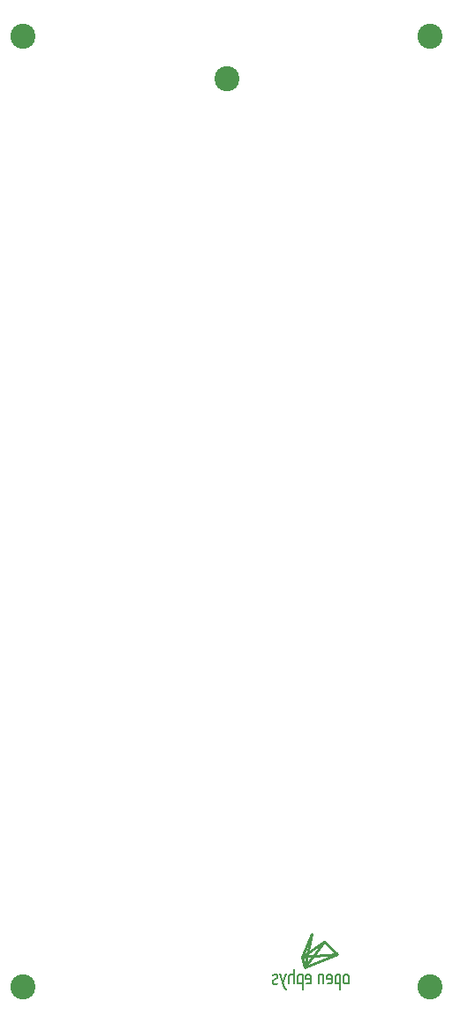
<source format=gbs>
G75*
%MOIN*%
%OFA0B0*%
%FSLAX25Y25*%
%IPPOS*%
%LPD*%
%AMOC8*
5,1,8,0,0,1.08239X$1,22.5*
%
%ADD10C,0.09461*%
%ADD11C,0.09449*%
%ADD12C,0.01083*%
%ADD13C,0.00709*%
D10*
X0052575Y0044701D03*
X0206118Y0044701D03*
X0206118Y0402969D03*
X0052575Y0402969D03*
D11*
X0129346Y0387220D03*
D12*
X0161276Y0064622D02*
X0157732Y0055961D01*
X0166000Y0061866D01*
X0158913Y0052024D01*
X0161276Y0064622D01*
X0166000Y0061866D02*
X0171118Y0057142D01*
X0157732Y0055961D01*
X0158913Y0052024D01*
X0171118Y0057142D01*
D13*
X0171079Y0049425D02*
X0172260Y0049425D01*
X0172260Y0045961D01*
X0171079Y0045961D01*
X0171079Y0045960D02*
X0171028Y0045962D01*
X0170978Y0045967D01*
X0170928Y0045976D01*
X0170879Y0045989D01*
X0170831Y0046005D01*
X0170784Y0046024D01*
X0170739Y0046047D01*
X0170696Y0046073D01*
X0170654Y0046101D01*
X0170615Y0046133D01*
X0170578Y0046168D01*
X0170543Y0046205D01*
X0170511Y0046244D01*
X0170483Y0046286D01*
X0170457Y0046329D01*
X0170434Y0046374D01*
X0170415Y0046421D01*
X0170399Y0046469D01*
X0170386Y0046518D01*
X0170377Y0046568D01*
X0170372Y0046618D01*
X0170370Y0046669D01*
X0170370Y0048717D01*
X0170372Y0048768D01*
X0170377Y0048818D01*
X0170386Y0048868D01*
X0170399Y0048917D01*
X0170415Y0048965D01*
X0170434Y0049012D01*
X0170457Y0049057D01*
X0170483Y0049100D01*
X0170511Y0049142D01*
X0170543Y0049181D01*
X0170578Y0049218D01*
X0170615Y0049253D01*
X0170654Y0049285D01*
X0170696Y0049313D01*
X0170739Y0049339D01*
X0170784Y0049362D01*
X0170831Y0049381D01*
X0170879Y0049397D01*
X0170928Y0049410D01*
X0170978Y0049419D01*
X0171028Y0049424D01*
X0171079Y0049426D01*
X0169071Y0048717D02*
X0169071Y0046669D01*
X0169069Y0046618D01*
X0169064Y0046568D01*
X0169055Y0046518D01*
X0169042Y0046469D01*
X0169026Y0046421D01*
X0169007Y0046374D01*
X0168984Y0046329D01*
X0168958Y0046286D01*
X0168930Y0046244D01*
X0168898Y0046205D01*
X0168863Y0046168D01*
X0168826Y0046133D01*
X0168787Y0046101D01*
X0168745Y0046073D01*
X0168702Y0046047D01*
X0168657Y0046024D01*
X0168610Y0046005D01*
X0168562Y0045989D01*
X0168513Y0045976D01*
X0168463Y0045967D01*
X0168413Y0045962D01*
X0168362Y0045960D01*
X0168362Y0045961D02*
X0167654Y0045961D01*
X0167654Y0045960D02*
X0167623Y0045962D01*
X0167593Y0045967D01*
X0167563Y0045975D01*
X0167534Y0045987D01*
X0167507Y0046002D01*
X0167482Y0046020D01*
X0167459Y0046041D01*
X0167438Y0046064D01*
X0167420Y0046089D01*
X0167405Y0046116D01*
X0167393Y0046145D01*
X0167385Y0046175D01*
X0167380Y0046205D01*
X0167378Y0046236D01*
X0167181Y0047693D02*
X0167181Y0048638D01*
X0167181Y0048717D02*
X0167183Y0048768D01*
X0167188Y0048818D01*
X0167197Y0048868D01*
X0167210Y0048917D01*
X0167226Y0048965D01*
X0167245Y0049012D01*
X0167268Y0049057D01*
X0167294Y0049100D01*
X0167322Y0049142D01*
X0167354Y0049181D01*
X0167389Y0049218D01*
X0167426Y0049253D01*
X0167465Y0049285D01*
X0167507Y0049313D01*
X0167550Y0049339D01*
X0167595Y0049362D01*
X0167642Y0049381D01*
X0167690Y0049397D01*
X0167739Y0049410D01*
X0167789Y0049419D01*
X0167839Y0049424D01*
X0167890Y0049426D01*
X0167890Y0049425D02*
X0168362Y0049425D01*
X0168362Y0049426D02*
X0168413Y0049424D01*
X0168463Y0049419D01*
X0168513Y0049410D01*
X0168562Y0049397D01*
X0168610Y0049381D01*
X0168657Y0049362D01*
X0168702Y0049339D01*
X0168745Y0049313D01*
X0168787Y0049285D01*
X0168826Y0049253D01*
X0168863Y0049218D01*
X0168898Y0049181D01*
X0168930Y0049142D01*
X0168958Y0049100D01*
X0168984Y0049057D01*
X0169007Y0049012D01*
X0169026Y0048965D01*
X0169042Y0048917D01*
X0169055Y0048868D01*
X0169064Y0048818D01*
X0169069Y0048768D01*
X0169071Y0048717D01*
X0168835Y0047693D02*
X0167181Y0047693D01*
X0165843Y0049425D02*
X0165843Y0045961D01*
X0163953Y0045961D02*
X0163953Y0048717D01*
X0163952Y0048717D02*
X0163954Y0048768D01*
X0163959Y0048818D01*
X0163968Y0048868D01*
X0163981Y0048917D01*
X0163997Y0048965D01*
X0164016Y0049012D01*
X0164039Y0049057D01*
X0164065Y0049100D01*
X0164093Y0049142D01*
X0164125Y0049181D01*
X0164160Y0049218D01*
X0164197Y0049253D01*
X0164236Y0049285D01*
X0164278Y0049313D01*
X0164321Y0049339D01*
X0164366Y0049362D01*
X0164413Y0049381D01*
X0164461Y0049397D01*
X0164510Y0049410D01*
X0164560Y0049419D01*
X0164610Y0049424D01*
X0164661Y0049426D01*
X0164661Y0049425D02*
X0165843Y0049425D01*
X0161118Y0048717D02*
X0161118Y0046669D01*
X0161116Y0046618D01*
X0161111Y0046568D01*
X0161102Y0046518D01*
X0161089Y0046469D01*
X0161073Y0046421D01*
X0161054Y0046374D01*
X0161031Y0046329D01*
X0161005Y0046286D01*
X0160977Y0046244D01*
X0160945Y0046205D01*
X0160910Y0046168D01*
X0160873Y0046133D01*
X0160834Y0046101D01*
X0160792Y0046073D01*
X0160749Y0046047D01*
X0160704Y0046024D01*
X0160657Y0046005D01*
X0160609Y0045989D01*
X0160560Y0045976D01*
X0160510Y0045967D01*
X0160460Y0045962D01*
X0160409Y0045960D01*
X0160409Y0045961D02*
X0159701Y0045961D01*
X0159701Y0045960D02*
X0159670Y0045962D01*
X0159640Y0045967D01*
X0159610Y0045975D01*
X0159581Y0045987D01*
X0159554Y0046002D01*
X0159529Y0046020D01*
X0159506Y0046041D01*
X0159485Y0046064D01*
X0159467Y0046089D01*
X0159452Y0046116D01*
X0159440Y0046145D01*
X0159432Y0046175D01*
X0159427Y0046205D01*
X0159425Y0046236D01*
X0159228Y0047693D02*
X0159228Y0048638D01*
X0159228Y0048717D02*
X0159230Y0048768D01*
X0159235Y0048818D01*
X0159244Y0048868D01*
X0159257Y0048917D01*
X0159273Y0048965D01*
X0159292Y0049012D01*
X0159315Y0049057D01*
X0159341Y0049100D01*
X0159369Y0049142D01*
X0159401Y0049181D01*
X0159436Y0049218D01*
X0159473Y0049253D01*
X0159512Y0049285D01*
X0159554Y0049313D01*
X0159597Y0049339D01*
X0159642Y0049362D01*
X0159689Y0049381D01*
X0159737Y0049397D01*
X0159786Y0049410D01*
X0159836Y0049419D01*
X0159886Y0049424D01*
X0159937Y0049426D01*
X0159937Y0049425D02*
X0160409Y0049425D01*
X0160409Y0049426D02*
X0160460Y0049424D01*
X0160510Y0049419D01*
X0160560Y0049410D01*
X0160609Y0049397D01*
X0160657Y0049381D01*
X0160704Y0049362D01*
X0160749Y0049339D01*
X0160792Y0049313D01*
X0160834Y0049285D01*
X0160873Y0049253D01*
X0160910Y0049218D01*
X0160945Y0049181D01*
X0160977Y0049142D01*
X0161005Y0049100D01*
X0161031Y0049057D01*
X0161054Y0049012D01*
X0161073Y0048965D01*
X0161089Y0048917D01*
X0161102Y0048868D01*
X0161111Y0048818D01*
X0161116Y0048768D01*
X0161118Y0048717D01*
X0160882Y0047693D02*
X0159228Y0047693D01*
X0157969Y0049425D02*
X0156787Y0049425D01*
X0156787Y0049426D02*
X0156736Y0049424D01*
X0156686Y0049419D01*
X0156636Y0049410D01*
X0156587Y0049397D01*
X0156539Y0049381D01*
X0156492Y0049362D01*
X0156447Y0049339D01*
X0156404Y0049313D01*
X0156362Y0049285D01*
X0156323Y0049253D01*
X0156286Y0049218D01*
X0156251Y0049181D01*
X0156219Y0049142D01*
X0156191Y0049100D01*
X0156165Y0049057D01*
X0156142Y0049012D01*
X0156123Y0048965D01*
X0156107Y0048917D01*
X0156094Y0048868D01*
X0156085Y0048818D01*
X0156080Y0048768D01*
X0156078Y0048717D01*
X0156079Y0048717D02*
X0156079Y0046669D01*
X0156078Y0046669D02*
X0156080Y0046618D01*
X0156085Y0046568D01*
X0156094Y0046518D01*
X0156107Y0046469D01*
X0156123Y0046421D01*
X0156142Y0046374D01*
X0156165Y0046329D01*
X0156191Y0046286D01*
X0156219Y0046244D01*
X0156251Y0046205D01*
X0156286Y0046168D01*
X0156323Y0046133D01*
X0156362Y0046101D01*
X0156404Y0046073D01*
X0156447Y0046047D01*
X0156492Y0046024D01*
X0156539Y0046005D01*
X0156587Y0045989D01*
X0156636Y0045976D01*
X0156686Y0045967D01*
X0156736Y0045962D01*
X0156787Y0045960D01*
X0156787Y0045961D02*
X0157969Y0045961D01*
X0157969Y0049425D01*
X0157969Y0045921D02*
X0157969Y0043874D01*
X0154661Y0046000D02*
X0154661Y0051591D01*
X0154386Y0049425D02*
X0153480Y0049425D01*
X0153480Y0049426D02*
X0153429Y0049424D01*
X0153379Y0049419D01*
X0153329Y0049410D01*
X0153280Y0049397D01*
X0153232Y0049381D01*
X0153185Y0049362D01*
X0153140Y0049339D01*
X0153097Y0049313D01*
X0153055Y0049285D01*
X0153016Y0049253D01*
X0152979Y0049218D01*
X0152944Y0049181D01*
X0152912Y0049142D01*
X0152884Y0049100D01*
X0152858Y0049057D01*
X0152835Y0049012D01*
X0152816Y0048965D01*
X0152800Y0048917D01*
X0152787Y0048868D01*
X0152778Y0048818D01*
X0152773Y0048768D01*
X0152771Y0048717D01*
X0152772Y0048717D02*
X0152732Y0045961D01*
X0150567Y0046000D02*
X0151866Y0049780D01*
X0149346Y0049780D02*
X0151000Y0044465D01*
X0151039Y0044386D02*
X0151315Y0043992D01*
X0151669Y0043913D01*
X0151866Y0043913D01*
X0148441Y0046157D02*
X0148441Y0046236D01*
X0148441Y0046157D02*
X0148362Y0046039D01*
X0148165Y0045921D01*
X0148008Y0045843D01*
X0147969Y0045843D02*
X0147496Y0045843D01*
X0147496Y0045842D02*
X0147445Y0045844D01*
X0147395Y0045849D01*
X0147345Y0045858D01*
X0147296Y0045871D01*
X0147248Y0045887D01*
X0147201Y0045906D01*
X0147156Y0045929D01*
X0147113Y0045955D01*
X0147071Y0045983D01*
X0147032Y0046015D01*
X0146995Y0046050D01*
X0146960Y0046087D01*
X0146928Y0046126D01*
X0146900Y0046168D01*
X0146874Y0046211D01*
X0146851Y0046256D01*
X0146832Y0046303D01*
X0146816Y0046351D01*
X0146803Y0046400D01*
X0146794Y0046450D01*
X0146789Y0046500D01*
X0146787Y0046551D01*
X0146787Y0046591D02*
X0146787Y0046787D01*
X0146827Y0046984D01*
X0147181Y0047339D01*
X0147811Y0047811D01*
X0147693Y0047732D02*
X0148323Y0048205D01*
X0148480Y0048441D01*
X0148520Y0048638D01*
X0148520Y0048835D01*
X0148520Y0048874D02*
X0148518Y0048925D01*
X0148513Y0048975D01*
X0148504Y0049025D01*
X0148491Y0049074D01*
X0148475Y0049122D01*
X0148456Y0049169D01*
X0148433Y0049214D01*
X0148407Y0049257D01*
X0148379Y0049299D01*
X0148347Y0049338D01*
X0148312Y0049375D01*
X0148275Y0049410D01*
X0148236Y0049442D01*
X0148194Y0049470D01*
X0148151Y0049496D01*
X0148106Y0049519D01*
X0148059Y0049538D01*
X0148011Y0049554D01*
X0147962Y0049567D01*
X0147912Y0049576D01*
X0147862Y0049581D01*
X0147811Y0049583D01*
X0147339Y0049583D01*
X0147299Y0049583D02*
X0147142Y0049504D01*
X0146945Y0049386D01*
X0146866Y0049268D01*
X0146866Y0049189D01*
X0172260Y0045921D02*
X0172260Y0043874D01*
X0174268Y0045961D02*
X0174740Y0045961D01*
X0174740Y0045960D02*
X0174791Y0045962D01*
X0174841Y0045967D01*
X0174891Y0045976D01*
X0174940Y0045989D01*
X0174988Y0046005D01*
X0175035Y0046024D01*
X0175080Y0046047D01*
X0175123Y0046073D01*
X0175165Y0046101D01*
X0175204Y0046133D01*
X0175241Y0046168D01*
X0175276Y0046205D01*
X0175308Y0046244D01*
X0175336Y0046286D01*
X0175362Y0046329D01*
X0175385Y0046374D01*
X0175404Y0046421D01*
X0175420Y0046469D01*
X0175433Y0046518D01*
X0175442Y0046568D01*
X0175447Y0046618D01*
X0175449Y0046669D01*
X0175449Y0048717D01*
X0175447Y0048768D01*
X0175442Y0048818D01*
X0175433Y0048868D01*
X0175420Y0048917D01*
X0175404Y0048965D01*
X0175385Y0049012D01*
X0175362Y0049057D01*
X0175336Y0049100D01*
X0175308Y0049142D01*
X0175276Y0049181D01*
X0175241Y0049218D01*
X0175204Y0049253D01*
X0175165Y0049285D01*
X0175123Y0049313D01*
X0175080Y0049339D01*
X0175035Y0049362D01*
X0174988Y0049381D01*
X0174940Y0049397D01*
X0174891Y0049410D01*
X0174841Y0049419D01*
X0174791Y0049424D01*
X0174740Y0049426D01*
X0174740Y0049425D02*
X0174268Y0049425D01*
X0174268Y0049426D02*
X0174217Y0049424D01*
X0174167Y0049419D01*
X0174117Y0049410D01*
X0174068Y0049397D01*
X0174020Y0049381D01*
X0173973Y0049362D01*
X0173928Y0049339D01*
X0173885Y0049313D01*
X0173843Y0049285D01*
X0173804Y0049253D01*
X0173767Y0049218D01*
X0173732Y0049181D01*
X0173700Y0049142D01*
X0173672Y0049100D01*
X0173646Y0049057D01*
X0173623Y0049012D01*
X0173604Y0048965D01*
X0173588Y0048917D01*
X0173575Y0048868D01*
X0173566Y0048818D01*
X0173561Y0048768D01*
X0173559Y0048717D01*
X0173559Y0046669D01*
X0173561Y0046618D01*
X0173566Y0046568D01*
X0173575Y0046518D01*
X0173588Y0046469D01*
X0173604Y0046421D01*
X0173623Y0046374D01*
X0173646Y0046329D01*
X0173672Y0046286D01*
X0173700Y0046244D01*
X0173732Y0046205D01*
X0173767Y0046168D01*
X0173804Y0046133D01*
X0173843Y0046101D01*
X0173885Y0046073D01*
X0173928Y0046047D01*
X0173973Y0046024D01*
X0174020Y0046005D01*
X0174068Y0045989D01*
X0174117Y0045976D01*
X0174167Y0045967D01*
X0174217Y0045962D01*
X0174268Y0045960D01*
M02*

</source>
